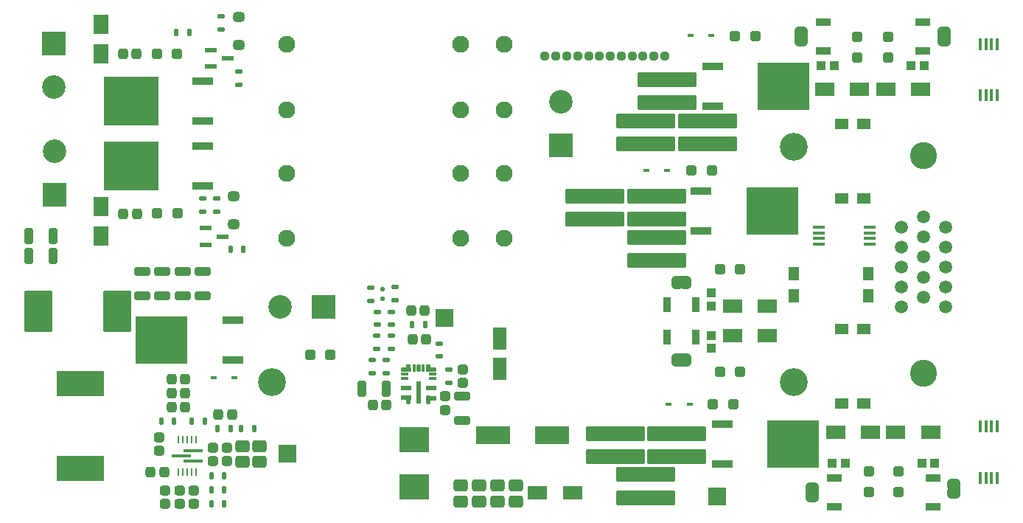
<source format=gbr>
%TF.GenerationSoftware,KiCad,Pcbnew,9.0.3*%
%TF.CreationDate,2025-08-13T20:37:11+01:00*%
%TF.ProjectId,Elytra,456c7974-7261-42e6-9b69-6361645f7063,rev?*%
%TF.SameCoordinates,Original*%
%TF.FileFunction,Soldermask,Top*%
%TF.FilePolarity,Negative*%
%FSLAX46Y46*%
G04 Gerber Fmt 4.6, Leading zero omitted, Abs format (unit mm)*
G04 Created by KiCad (PCBNEW 9.0.3) date 2025-08-13 20:37:11*
%MOMM*%
%LPD*%
G01*
G04 APERTURE LIST*
G04 Aperture macros list*
%AMRoundRect*
0 Rectangle with rounded corners*
0 $1 Rounding radius*
0 $2 $3 $4 $5 $6 $7 $8 $9 X,Y pos of 4 corners*
0 Add a 4 corners polygon primitive as box body*
4,1,4,$2,$3,$4,$5,$6,$7,$8,$9,$2,$3,0*
0 Add four circle primitives for the rounded corners*
1,1,$1+$1,$2,$3*
1,1,$1+$1,$4,$5*
1,1,$1+$1,$6,$7*
1,1,$1+$1,$8,$9*
0 Add four rect primitives between the rounded corners*
20,1,$1+$1,$2,$3,$4,$5,0*
20,1,$1+$1,$4,$5,$6,$7,0*
20,1,$1+$1,$6,$7,$8,$9,0*
20,1,$1+$1,$8,$9,$2,$3,0*%
%AMFreePoly0*
4,1,23,0.500000,-0.750000,0.000000,-0.750000,0.000000,-0.745722,-0.065263,-0.745722,-0.191342,-0.711940,-0.304381,-0.646677,-0.396677,-0.554381,-0.461940,-0.441342,-0.495722,-0.315263,-0.495722,-0.250000,-0.500000,-0.250000,-0.500000,0.250000,-0.495722,0.250000,-0.495722,0.315263,-0.461940,0.441342,-0.396677,0.554381,-0.304381,0.646677,-0.191342,0.711940,-0.065263,0.745722,0.000000,0.745722,
0.000000,0.750000,0.500000,0.750000,0.500000,-0.750000,0.500000,-0.750000,$1*%
%AMFreePoly1*
4,1,23,0.000000,0.745722,0.065263,0.745722,0.191342,0.711940,0.304381,0.646677,0.396677,0.554381,0.461940,0.441342,0.495722,0.315263,0.495722,0.250000,0.500000,0.250000,0.500000,-0.250000,0.495722,-0.250000,0.495722,-0.315263,0.461940,-0.441342,0.396677,-0.554381,0.304381,-0.646677,0.191342,-0.711940,0.065263,-0.745722,0.000000,-0.745722,0.000000,-0.750000,-0.500000,-0.750000,
-0.500000,0.750000,0.000000,0.750000,0.000000,0.745722,0.000000,0.745722,$1*%
G04 Aperture macros list end*
%ADD10RoundRect,0.102000X3.260000X-0.720000X3.260000X0.720000X-3.260000X0.720000X-3.260000X-0.720000X0*%
%ADD11R,5.918200X5.511800*%
%ADD12R,2.489200X0.939800*%
%ADD13R,6.299200X5.562600*%
%ADD14R,0.450000X1.475000*%
%ADD15R,1.475000X0.450000*%
%ADD16R,1.422400X0.558800*%
%ADD17RoundRect,0.125000X-0.281400X0.125000X-0.281400X-0.125000X0.281400X-0.125000X0.281400X0.125000X0*%
%ADD18R,1.300000X1.500000*%
%ADD19R,2.250000X1.600000*%
%ADD20R,2.700000X2.700000*%
%ADD21C,2.700000*%
%ADD22RoundRect,0.125000X-0.125000X-0.281400X0.125000X-0.281400X0.125000X0.281400X-0.125000X0.281400X0*%
%ADD23RoundRect,0.125000X0.281400X-0.125000X0.281400X0.125000X-0.281400X0.125000X-0.281400X-0.125000X0*%
%ADD24RoundRect,0.294348X-0.532652X0.382652X-0.532652X-0.382652X0.532652X-0.382652X0.532652X0.382652X0*%
%ADD25RoundRect,0.281000X-0.311000X0.281000X-0.311000X-0.281000X0.311000X-0.281000X0.311000X0.281000X0*%
%ADD26RoundRect,0.281000X-0.281000X-0.311000X0.281000X-0.311000X0.281000X0.311000X-0.281000X0.311000X0*%
%ADD27RoundRect,0.278500X-0.358500X0.278500X-0.358500X-0.278500X0.358500X-0.278500X0.358500X0.278500X0*%
%ADD28RoundRect,0.250000X0.325000X0.325000X-0.325000X0.325000X-0.325000X-0.325000X0.325000X-0.325000X0*%
%ADD29R,1.050000X1.000000*%
%ADD30C,3.200000*%
%ADD31R,2.000000X2.000000*%
%ADD32R,0.711200X0.406400*%
%ADD33FreePoly0,270.000000*%
%ADD34FreePoly1,270.000000*%
%ADD35R,5.410200X2.895600*%
%ADD36R,1.820000X0.820000*%
%ADD37RoundRect,0.250000X-0.325000X-0.325000X0.325000X-0.325000X0.325000X0.325000X-0.325000X0.325000X0*%
%ADD38RoundRect,0.250000X0.260000X0.660000X-0.260000X0.660000X-0.260000X-0.660000X0.260000X-0.660000X0*%
%ADD39RoundRect,0.281000X0.281000X0.311000X-0.281000X0.311000X-0.281000X-0.311000X0.281000X-0.311000X0*%
%ADD40FreePoly0,90.000000*%
%ADD41FreePoly1,90.000000*%
%ADD42RoundRect,0.250000X0.660000X-0.260000X0.660000X0.260000X-0.660000X0.260000X-0.660000X-0.260000X0*%
%ADD43RoundRect,0.102000X-3.260000X0.720000X-3.260000X-0.720000X3.260000X-0.720000X3.260000X0.720000X0*%
%ADD44RoundRect,0.250000X0.325000X-0.325000X0.325000X0.325000X-0.325000X0.325000X-0.325000X-0.325000X0*%
%ADD45R,0.820000X1.820000*%
%ADD46C,1.950000*%
%ADD47R,3.500000X2.950000*%
%ADD48R,1.500000X1.300000*%
%ADD49FreePoly0,180.000000*%
%ADD50FreePoly1,180.000000*%
%ADD51R,1.600000X2.500000*%
%ADD52RoundRect,0.281000X0.311000X-0.281000X0.311000X0.281000X-0.311000X0.281000X-0.311000X-0.281000X0*%
%ADD53R,1.000000X1.050000*%
%ADD54R,2.311400X0.304800*%
%ADD55R,0.254000X0.889000*%
%ADD56R,3.900000X2.100000*%
%ADD57RoundRect,0.250000X-0.325000X0.325000X-0.325000X-0.325000X0.325000X-0.325000X0.325000X0.325000X0*%
%ADD58RoundRect,0.250000X-0.660000X0.260000X-0.660000X-0.260000X0.660000X-0.260000X0.660000X0.260000X0*%
%ADD59RoundRect,0.102000X-1.475000X-2.250000X1.475000X-2.250000X1.475000X2.250000X-1.475000X2.250000X0*%
%ADD60R,1.651000X2.184400*%
%ADD61RoundRect,0.067500X-0.202500X-0.352500X0.202500X-0.352500X0.202500X0.352500X-0.202500X0.352500X0*%
%ADD62RoundRect,0.070000X0.500000X0.175000X-0.500000X0.175000X-0.500000X-0.175000X0.500000X-0.175000X0*%
%ADD63RoundRect,0.097500X-0.097500X-0.322500X0.097500X-0.322500X0.097500X0.322500X-0.097500X0.322500X0*%
%ADD64RoundRect,0.110000X-0.110000X-0.310000X0.110000X-0.310000X0.110000X0.310000X-0.110000X0.310000X0*%
%ADD65RoundRect,0.078000X-0.117000X-0.342000X0.117000X-0.342000X0.117000X0.342000X-0.117000X0.342000X0*%
%ADD66RoundRect,0.078000X-0.342000X0.117000X-0.342000X-0.117000X0.342000X-0.117000X0.342000X0.117000X0*%
%ADD67RoundRect,0.067500X-0.502500X0.202500X-0.502500X-0.202500X0.502500X-0.202500X0.502500X0.202500X0*%
%ADD68RoundRect,0.067500X-0.202500X-0.402500X0.202500X-0.402500X0.202500X0.402500X-0.202500X0.402500X0*%
%ADD69RoundRect,0.067500X-0.202500X-1.202500X0.202500X-1.202500X0.202500X1.202500X-0.202500X1.202500X0*%
%ADD70RoundRect,0.067500X0.502500X-0.202500X0.502500X0.202500X-0.502500X0.202500X-0.502500X-0.202500X0*%
%ADD71RoundRect,0.097500X-0.322500X0.097500X-0.322500X-0.097500X0.322500X-0.097500X0.322500X0.097500X0*%
%ADD72C,3.100000*%
%ADD73C,1.500000*%
%ADD74RoundRect,0.127000X-0.127000X0.152400X-0.127000X-0.152400X0.127000X-0.152400X0.127000X0.152400X0*%
%ADD75C,1.117600*%
%ADD76RoundRect,0.125000X0.125000X0.281400X-0.125000X0.281400X-0.125000X-0.281400X0.125000X-0.281400X0*%
G04 APERTURE END LIST*
%TO.C,JP2*%
G36*
X185449999Y-135450001D02*
G01*
X183949999Y-135450001D01*
X183949999Y-135750001D01*
X185449999Y-135750001D01*
X185449999Y-135450001D01*
G37*
%TO.C,JP5*%
G36*
X182665000Y-83450000D02*
G01*
X184165000Y-83450000D01*
X184165000Y-83150000D01*
X182665000Y-83150000D01*
X182665000Y-83450000D01*
G37*
%TO.C,JP1*%
G36*
X201740001Y-135074998D02*
G01*
X200240001Y-135074998D01*
X200240001Y-135374998D01*
X201740001Y-135374998D01*
X201740001Y-135074998D01*
G37*
%TO.C,JP4*%
G36*
X169800002Y-121149998D02*
G01*
X169500002Y-121149998D01*
X169500002Y-119649998D01*
X169800002Y-119649998D01*
X169800002Y-121149998D01*
G37*
%TO.C,JP3*%
G36*
X169800002Y-112250000D02*
G01*
X169500002Y-112250000D01*
X169500002Y-110750000D01*
X169800002Y-110750000D01*
X169800002Y-112250000D01*
G37*
%TO.C,JP6*%
G36*
X199115000Y-83450000D02*
G01*
X200615000Y-83450000D01*
X200615000Y-83150000D01*
X199115000Y-83150000D01*
X199115000Y-83450000D01*
G37*
%TD*%
D10*
%TO.C,R26*%
X159705750Y-101610000D03*
X159705750Y-104290000D03*
%TD*%
D11*
%TO.C,U10*%
X109928950Y-118123528D03*
D12*
X118107750Y-115837528D03*
X118107750Y-120409528D03*
%TD*%
%TO.C,U11*%
X114653400Y-92985999D03*
X114653400Y-88413999D03*
D13*
X106500000Y-90699999D03*
%TD*%
D12*
%TO.C,U3*%
X114653400Y-100485999D03*
X114653400Y-95913999D03*
D13*
X106500000Y-98199999D03*
%TD*%
D14*
%TO.C,IC3*%
X205940000Y-84174000D03*
X205290000Y-84174000D03*
X204640000Y-84174000D03*
X203990000Y-84174000D03*
X203990000Y-90050000D03*
X204640000Y-90050000D03*
X205290000Y-90050000D03*
X205940000Y-90050000D03*
%TD*%
D15*
%TO.C,IC2*%
X191338000Y-107125000D03*
X191338000Y-106475000D03*
X191338000Y-105825000D03*
X191338000Y-105175000D03*
X185462000Y-105175000D03*
X185462000Y-105825000D03*
X185462000Y-106475000D03*
X185462000Y-107125000D03*
%TD*%
D14*
%TO.C,IC1*%
X205940000Y-128075000D03*
X205290000Y-128075000D03*
X204640000Y-128075000D03*
X203990000Y-128075000D03*
X203990000Y-133951000D03*
X204640000Y-133951000D03*
X205290000Y-133951000D03*
X205940000Y-133951000D03*
%TD*%
D16*
%TO.C,U4*%
X115034799Y-105297499D03*
X115034799Y-107202499D03*
X116965199Y-106249999D03*
%TD*%
D17*
%TO.C,R_ENT1*%
X135769739Y-120443994D03*
X135769739Y-121943994D03*
%TD*%
D18*
%TO.C,K4*%
X191125000Y-113100000D03*
X191125000Y-110560000D03*
X182575000Y-110560000D03*
X182575000Y-113100000D03*
%TD*%
D19*
%TO.C,D3*%
X157148560Y-135649999D03*
X153148560Y-135649999D03*
%TD*%
D20*
%TO.C,J2*%
X97624999Y-101470000D03*
D21*
X97624999Y-96470000D03*
%TD*%
D22*
%TO.C,R23*%
X115650004Y-133726470D03*
X117150004Y-133726470D03*
%TD*%
%TO.C,R17*%
X109900004Y-127426471D03*
X111400004Y-127426471D03*
%TD*%
D23*
%TO.C,R1*%
X116799999Y-82499999D03*
X116799999Y-80999999D03*
%TD*%
D22*
%TO.C,R_PG1*%
X138719740Y-116393995D03*
X140219740Y-116393995D03*
%TD*%
D24*
%TO.C,C_OUT1*%
X150650000Y-134850000D03*
X150650000Y-136650000D03*
%TD*%
D25*
%TO.C,C18*%
X113623199Y-135385124D03*
X113623199Y-136935124D03*
%TD*%
D26*
%TO.C,C11*%
X111075000Y-125826471D03*
X112625000Y-125826471D03*
%TD*%
D27*
%TO.C,D2*%
X118199999Y-104854999D03*
X118199999Y-101644999D03*
%TD*%
D22*
%TO.C,R19*%
X116404500Y-128313134D03*
X117904500Y-128313134D03*
%TD*%
D28*
%TO.C,R8*%
X111799998Y-103599999D03*
X109449998Y-103599999D03*
%TD*%
D26*
%TO.C,C10*%
X111085714Y-124261037D03*
X112635714Y-124261037D03*
%TD*%
D23*
%TO.C,R_FBB1*%
X134769740Y-116393995D03*
X134769740Y-114893995D03*
%TD*%
D29*
%TO.C,CR4*%
X197276530Y-132277360D03*
X198776530Y-132277360D03*
%TD*%
D20*
%TO.C,J3*%
X97600000Y-84100000D03*
D21*
X97600000Y-89100000D03*
%TD*%
D25*
%TO.C,C19*%
X117427358Y-130468589D03*
X117427358Y-132018589D03*
%TD*%
D30*
%TO.C,H2*%
X182599998Y-96000000D03*
%TD*%
D10*
%TO.C,R25*%
X166805750Y-104290000D03*
X166805750Y-101610000D03*
%TD*%
D23*
%TO.C,R5*%
X116299998Y-103399999D03*
X116299998Y-101899999D03*
%TD*%
D22*
%TO.C,R2*%
X111649999Y-82799999D03*
X113149999Y-82799999D03*
%TD*%
D30*
%TO.C,H3*%
X122600000Y-123000000D03*
%TD*%
D19*
%TO.C,D8*%
X190140000Y-89360000D03*
X186140000Y-89360000D03*
%TD*%
D31*
%TO.C,TP2*%
X124450001Y-131176471D03*
%TD*%
D23*
%TO.C,R_FF1*%
X133969740Y-113615495D03*
X133969740Y-112115495D03*
%TD*%
D12*
%TO.C,U7*%
X174321199Y-127814000D03*
X174321199Y-132386000D03*
D11*
X182499999Y-130100000D03*
%TD*%
D24*
%TO.C,C20*%
X121227022Y-130334831D03*
X121227022Y-132134831D03*
%TD*%
D25*
%TO.C,C13*%
X110396201Y-135402943D03*
X110396201Y-136952943D03*
%TD*%
D10*
%TO.C,R31*%
X168000000Y-90900000D03*
X168000000Y-88220000D03*
%TD*%
D31*
%TO.C,TP3*%
X173800000Y-136050000D03*
%TD*%
D32*
%TO.C,CR11*%
X165606200Y-98700000D03*
X167993800Y-98700000D03*
%TD*%
D33*
%TO.C,JP2*%
X184699999Y-134950001D03*
D34*
X184699999Y-136250001D03*
%TD*%
D17*
%TO.C,R_RT1*%
X136369741Y-117643995D03*
X136369741Y-119143995D03*
%TD*%
D35*
%TO.C,L2*%
X100600000Y-123148600D03*
X100600000Y-132851400D03*
%TD*%
D36*
%TO.C,F6*%
X197365000Y-84950000D03*
X197365000Y-81650000D03*
%TD*%
D19*
%TO.C,D6*%
X179550000Y-114224999D03*
X175550000Y-114224999D03*
%TD*%
D37*
%TO.C,R9*%
X173300000Y-125500000D03*
X175650000Y-125500000D03*
%TD*%
D16*
%TO.C,U2*%
X115634799Y-84847499D03*
X115634799Y-86752499D03*
X117565199Y-85799999D03*
%TD*%
D38*
%TO.C,C1*%
X97500001Y-108469998D03*
X94700001Y-108469998D03*
%TD*%
D39*
%TO.C,C_BIAS1*%
X140344740Y-118093995D03*
X138794740Y-118093995D03*
%TD*%
D25*
%TO.C,C_IN_HFI2*%
X142569740Y-124618995D03*
X142569740Y-126168995D03*
%TD*%
D24*
%TO.C,C_OUT3*%
X146450003Y-134850000D03*
X146450003Y-136650000D03*
%TD*%
D40*
%TO.C,JP5*%
X183415000Y-83950000D03*
D41*
X183415000Y-82650000D03*
%TD*%
D42*
%TO.C,C3*%
X114650002Y-113100000D03*
X114650002Y-110300000D03*
%TD*%
D27*
%TO.C,D1*%
X118799999Y-84304999D03*
X118799999Y-81094999D03*
%TD*%
D37*
%TO.C,R34*%
X175800000Y-83300000D03*
X178150000Y-83300000D03*
%TD*%
D43*
%TO.C,R24*%
X166800000Y-106360000D03*
X166800000Y-109040000D03*
%TD*%
D44*
%TO.C,R32*%
X193425000Y-85675000D03*
X193425000Y-83325000D03*
%TD*%
D38*
%TO.C,C_IN1*%
X135769739Y-123693995D03*
X132969739Y-123693995D03*
%TD*%
D45*
%TO.C,F3*%
X171300002Y-114050000D03*
X168000002Y-114050000D03*
%TD*%
D10*
%TO.C,R12*%
X162050000Y-131550000D03*
X162050000Y-128870000D03*
%TD*%
D23*
%TO.C,R_RT2*%
X134669739Y-119143996D03*
X134669739Y-117643996D03*
%TD*%
D39*
%TO.C,C_IN_HFI1*%
X135744740Y-125593996D03*
X134194740Y-125593996D03*
%TD*%
D10*
%TO.C,R14*%
X169150000Y-131550000D03*
X169150000Y-128870000D03*
%TD*%
D46*
%TO.C,K1*%
X124299998Y-91699999D03*
X144299998Y-91699999D03*
X149299998Y-91699999D03*
X149299998Y-84199999D03*
X144299998Y-84199999D03*
X124299998Y-84199999D03*
%TD*%
D33*
%TO.C,JP1*%
X200990001Y-134574998D03*
D34*
X200990001Y-135874998D03*
%TD*%
D47*
%TO.C,L_SW1*%
X138969740Y-129568996D03*
X138969740Y-135018996D03*
%TD*%
D19*
%TO.C,D7*%
X179550000Y-117600000D03*
X175550000Y-117600000D03*
%TD*%
D17*
%TO.C,R_FBB2*%
X136369739Y-114893995D03*
X136369739Y-116393995D03*
%TD*%
D29*
%TO.C,CR9*%
X187215000Y-86650000D03*
X185715000Y-86650000D03*
%TD*%
D48*
%TO.C,K5*%
X188090000Y-101925000D03*
X190630000Y-101925000D03*
X190630000Y-93375000D03*
X188090000Y-93375000D03*
%TD*%
D37*
%TO.C,R27*%
X174075002Y-121800000D03*
X176425002Y-121800000D03*
%TD*%
D12*
%TO.C,U9*%
X173236500Y-86714000D03*
X173236500Y-91286000D03*
D11*
X181415300Y-89000000D03*
%TD*%
D49*
%TO.C,JP4*%
X170300002Y-120399998D03*
D50*
X169000002Y-120399998D03*
%TD*%
D17*
%TO.C,R_BIAS1*%
X141869739Y-118543997D03*
X141869739Y-120043997D03*
%TD*%
D43*
%TO.C,R13*%
X165600000Y-133560000D03*
X165600000Y-136240000D03*
%TD*%
D29*
%TO.C,CR6*%
X188499999Y-132250003D03*
X186999999Y-132250003D03*
%TD*%
D51*
%TO.C,C_IN-BLK1*%
X148763489Y-121437744D03*
X148763489Y-117937744D03*
%TD*%
D22*
%TO.C,R20*%
X119089289Y-128306898D03*
X120589289Y-128306898D03*
%TD*%
D52*
%TO.C,C14*%
X109650004Y-130826467D03*
X109650004Y-129276467D03*
%TD*%
D24*
%TO.C,C_OUT2*%
X148550002Y-134850000D03*
X148550002Y-136650000D03*
%TD*%
D53*
%TO.C,CR8*%
X173100002Y-119100000D03*
X173100002Y-117600000D03*
%TD*%
D54*
%TO.C,U6*%
X112250002Y-131426471D03*
D55*
X111900000Y-133276470D03*
X112400002Y-133276470D03*
X112900001Y-133276470D03*
X113400000Y-133276470D03*
X113900002Y-133276470D03*
D54*
X113550000Y-132026470D03*
X113550000Y-130826472D03*
D55*
X113900002Y-129576472D03*
X113400000Y-129576472D03*
X112900001Y-129576472D03*
X112400002Y-129576472D03*
X111900000Y-129576472D03*
%TD*%
D39*
%TO.C,C12*%
X110250006Y-133276470D03*
X108700006Y-133276470D03*
%TD*%
%TO.C,C_VCC1*%
X140144739Y-114793995D03*
X138594739Y-114793995D03*
%TD*%
D42*
%TO.C,C4*%
X107750000Y-113100000D03*
X107750000Y-110300000D03*
%TD*%
D53*
%TO.C,CR7*%
X173100002Y-112750000D03*
X173100002Y-114250000D03*
%TD*%
D48*
%TO.C,K3*%
X190630000Y-116850000D03*
X188090000Y-116850000D03*
X188090000Y-125400000D03*
X190630000Y-125400000D03*
%TD*%
D43*
%TO.C,R29*%
X172700000Y-92960000D03*
X172700000Y-95640000D03*
%TD*%
D22*
%TO.C,R7*%
X117849999Y-107699999D03*
X119349999Y-107699999D03*
%TD*%
D56*
%TO.C,C_OUT5*%
X154763489Y-129037744D03*
X148063489Y-129037744D03*
%TD*%
D57*
%TO.C,R15*%
X191200000Y-133249999D03*
X191200000Y-135599999D03*
%TD*%
D24*
%TO.C,C_OUT4*%
X144348560Y-134850000D03*
X144348560Y-136650000D03*
%TD*%
D36*
%TO.C,F1*%
X198549999Y-134000002D03*
X198549999Y-137300002D03*
%TD*%
D28*
%TO.C,R4*%
X111749998Y-85299999D03*
X109399998Y-85299999D03*
%TD*%
D31*
%TO.C,TP1*%
X142448559Y-115599999D03*
%TD*%
D58*
%TO.C,C_IN2*%
X144469739Y-124593996D03*
X144469739Y-127393996D03*
%TD*%
D12*
%TO.C,U8*%
X171942250Y-101064000D03*
X171942250Y-105636000D03*
D11*
X180121050Y-103350000D03*
%TD*%
D44*
%TO.C,R28*%
X189870000Y-85675000D03*
X189870000Y-83325000D03*
%TD*%
D23*
%TO.C,R_ENB1*%
X134169738Y-121943995D03*
X134169738Y-120443995D03*
%TD*%
D19*
%TO.C,D5*%
X191389999Y-128724999D03*
X187389999Y-128724999D03*
%TD*%
D37*
%TO.C,R18*%
X174070000Y-110020000D03*
X176420000Y-110020000D03*
%TD*%
D59*
%TO.C,L1*%
X95775000Y-114850000D03*
X104825000Y-114850000D03*
%TD*%
D17*
%TO.C,R_BT1*%
X142969740Y-121518995D03*
X142969740Y-123018995D03*
%TD*%
D36*
%TO.C,F2*%
X187199999Y-133950001D03*
X187199999Y-137250001D03*
%TD*%
D60*
%TO.C,CR2*%
X103000000Y-102798200D03*
X103000000Y-106201800D03*
%TD*%
D61*
%TO.C,U1*%
X140619739Y-121343996D03*
D62*
X140919739Y-121518995D03*
D63*
X139994739Y-121343996D03*
D64*
X139469739Y-121343996D03*
D65*
X138944739Y-121343996D03*
D61*
X138319739Y-121343996D03*
D62*
X138019739Y-121518995D03*
D66*
X137869740Y-122068996D03*
X137869740Y-122568995D03*
D67*
X138019739Y-123643994D03*
X138019739Y-124783995D03*
D68*
X138319739Y-124983994D03*
D69*
X139469739Y-124193996D03*
D70*
X140919739Y-124793995D03*
D68*
X140619739Y-124993994D03*
D67*
X140919739Y-123643994D03*
D71*
X141069738Y-122568995D03*
X141069738Y-122068996D03*
%TD*%
D45*
%TO.C,F4*%
X171300002Y-117800000D03*
X168000002Y-117800000D03*
%TD*%
D22*
%TO.C,R21*%
X115650005Y-136926469D03*
X117150005Y-136926469D03*
%TD*%
D28*
%TO.C,R11*%
X129349999Y-119800000D03*
X126999999Y-119800000D03*
%TD*%
D20*
%TO.C,J4*%
X155825000Y-95800000D03*
D21*
X155825000Y-90800000D03*
%TD*%
D26*
%TO.C,C9*%
X111085716Y-122661036D03*
X112635716Y-122661036D03*
%TD*%
D46*
%TO.C,K2*%
X124300000Y-106500000D03*
X144300000Y-106500000D03*
X149300000Y-106500000D03*
X149300000Y-99000000D03*
X144300000Y-99000000D03*
X124300000Y-99000000D03*
%TD*%
D43*
%TO.C,R30*%
X165600000Y-92970000D03*
X165600000Y-95650000D03*
%TD*%
D19*
%TO.C,D9*%
X193150000Y-89350000D03*
X197150000Y-89350000D03*
%TD*%
D37*
%TO.C,R33*%
X170800000Y-98700000D03*
X173150000Y-98700000D03*
%TD*%
D72*
%TO.C,DSUB1*%
X197500000Y-121989000D03*
X197500000Y-96999000D03*
D73*
X194960000Y-114340000D03*
X194960000Y-112050000D03*
X194960000Y-109760000D03*
X194960000Y-107470000D03*
X194960000Y-105180000D03*
X197500000Y-113195000D03*
X197500000Y-110905000D03*
X197500000Y-108615000D03*
X197500000Y-106325000D03*
X197500000Y-104035000D03*
X200040000Y-114340000D03*
X200040000Y-112050000D03*
X200040000Y-109760000D03*
X200040000Y-107470000D03*
X200040000Y-105180000D03*
%TD*%
D49*
%TO.C,JP3*%
X170300002Y-111500000D03*
D50*
X169000002Y-111500000D03*
%TD*%
D40*
%TO.C,JP6*%
X199865000Y-83950000D03*
D41*
X199865000Y-82650000D03*
%TD*%
D30*
%TO.C,H1*%
X182600000Y-123000000D03*
%TD*%
D52*
%TO.C,C_BT1*%
X144569741Y-123043995D03*
X144569741Y-121493995D03*
%TD*%
D24*
%TO.C,C21*%
X119227025Y-130334825D03*
X119227025Y-132134825D03*
%TD*%
D36*
%TO.C,F5*%
X185925000Y-84950000D03*
X185925000Y-81650000D03*
%TD*%
D38*
%TO.C,C2*%
X97500001Y-106200000D03*
X94700001Y-106200000D03*
%TD*%
D42*
%TO.C,C6*%
X112350000Y-113100000D03*
X112350000Y-110300000D03*
%TD*%
D17*
%TO.C,R6*%
X114700000Y-101899999D03*
X114700000Y-103399999D03*
%TD*%
D32*
%TO.C,CR5*%
X118343800Y-122450000D03*
X115956200Y-122450000D03*
%TD*%
D25*
%TO.C,C17*%
X112050005Y-135401468D03*
X112050005Y-136951468D03*
%TD*%
D74*
%TO.C,C_FF1*%
X135369739Y-112293997D03*
X135369739Y-113436997D03*
%TD*%
D29*
%TO.C,CR10*%
X196075000Y-86650000D03*
X197575000Y-86650000D03*
%TD*%
D32*
%TO.C,CR3*%
X168212400Y-125500000D03*
X170600000Y-125500000D03*
%TD*%
D17*
%TO.C,R3*%
X118799999Y-87349999D03*
X118799999Y-88849999D03*
%TD*%
D39*
%TO.C,C15*%
X118025005Y-126726469D03*
X116475005Y-126726469D03*
%TD*%
D60*
%TO.C,CR1*%
X102999999Y-85301799D03*
X102999999Y-81898199D03*
%TD*%
D20*
%TO.C,J5*%
X128600000Y-114325000D03*
D21*
X123600000Y-114325000D03*
%TD*%
D57*
%TO.C,R10*%
X194600000Y-133250004D03*
X194600000Y-135600004D03*
%TD*%
D17*
%TO.C,R_FBT1*%
X136787241Y-112073896D03*
X136787241Y-113573896D03*
%TD*%
D75*
%TO.C,J1*%
X167750002Y-85550000D03*
X166500002Y-85550000D03*
X165250002Y-85550000D03*
X164000002Y-85550000D03*
X162750002Y-85550000D03*
X161500002Y-85550000D03*
X160250001Y-85550000D03*
X159000001Y-85550000D03*
X157750001Y-85550000D03*
X156500001Y-85550000D03*
X155250001Y-85550000D03*
X154000001Y-85550000D03*
%TD*%
D26*
%TO.C,C8*%
X105549999Y-103632396D03*
X107099999Y-103632396D03*
%TD*%
D19*
%TO.C,D4*%
X194290001Y-128725000D03*
X198290001Y-128725000D03*
%TD*%
D42*
%TO.C,C5*%
X110050001Y-113100000D03*
X110050001Y-110300000D03*
%TD*%
D32*
%TO.C,CR12*%
X170700000Y-83200000D03*
X173087600Y-83200000D03*
%TD*%
D26*
%TO.C,C7*%
X105545383Y-85299999D03*
X107095383Y-85299999D03*
%TD*%
D25*
%TO.C,C16*%
X115850005Y-130476469D03*
X115850005Y-132026469D03*
%TD*%
D76*
%TO.C,R16*%
X114939288Y-127441900D03*
X113439288Y-127441900D03*
%TD*%
%TO.C,R22*%
X117150000Y-135326469D03*
X115650000Y-135326469D03*
%TD*%
M02*

</source>
